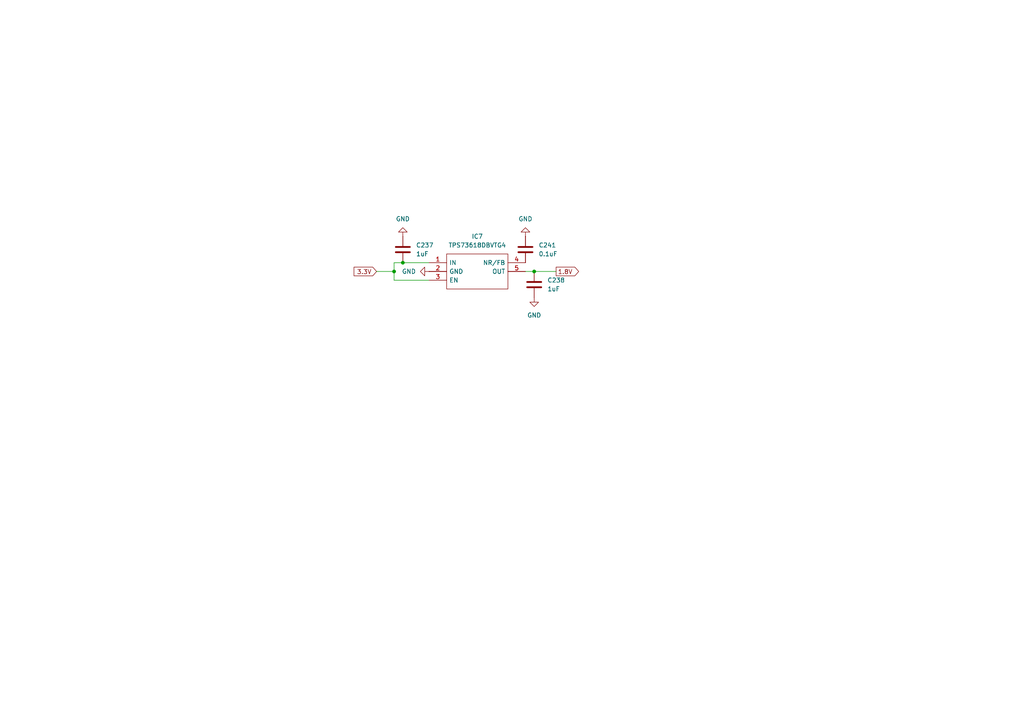
<source format=kicad_sch>
(kicad_sch
	(version 20231120)
	(generator "eeschema")
	(generator_version "8.0")
	(uuid "031ba4da-7723-47ed-b6e0-08502167aed6")
	(paper "A4")
	(title_block
		(company "Michael Meyers")
	)
	(lib_symbols
		(symbol "Device:C"
			(pin_numbers hide)
			(pin_names
				(offset 0.254)
			)
			(exclude_from_sim no)
			(in_bom yes)
			(on_board yes)
			(property "Reference" "C"
				(at 0.635 2.54 0)
				(effects
					(font
						(size 1.27 1.27)
					)
					(justify left)
				)
			)
			(property "Value" "C"
				(at 0.635 -2.54 0)
				(effects
					(font
						(size 1.27 1.27)
					)
					(justify left)
				)
			)
			(property "Footprint" ""
				(at 0.9652 -3.81 0)
				(effects
					(font
						(size 1.27 1.27)
					)
					(hide yes)
				)
			)
			(property "Datasheet" "~"
				(at 0 0 0)
				(effects
					(font
						(size 1.27 1.27)
					)
					(hide yes)
				)
			)
			(property "Description" "Unpolarized capacitor"
				(at 0 0 0)
				(effects
					(font
						(size 1.27 1.27)
					)
					(hide yes)
				)
			)
			(property "ki_keywords" "cap capacitor"
				(at 0 0 0)
				(effects
					(font
						(size 1.27 1.27)
					)
					(hide yes)
				)
			)
			(property "ki_fp_filters" "C_*"
				(at 0 0 0)
				(effects
					(font
						(size 1.27 1.27)
					)
					(hide yes)
				)
			)
			(symbol "C_0_1"
				(polyline
					(pts
						(xy -2.032 -0.762) (xy 2.032 -0.762)
					)
					(stroke
						(width 0.508)
						(type default)
					)
					(fill
						(type none)
					)
				)
				(polyline
					(pts
						(xy -2.032 0.762) (xy 2.032 0.762)
					)
					(stroke
						(width 0.508)
						(type default)
					)
					(fill
						(type none)
					)
				)
			)
			(symbol "C_1_1"
				(pin passive line
					(at 0 3.81 270)
					(length 2.794)
					(name "~"
						(effects
							(font
								(size 1.27 1.27)
							)
						)
					)
					(number "1"
						(effects
							(font
								(size 1.27 1.27)
							)
						)
					)
				)
				(pin passive line
					(at 0 -3.81 90)
					(length 2.794)
					(name "~"
						(effects
							(font
								(size 1.27 1.27)
							)
						)
					)
					(number "2"
						(effects
							(font
								(size 1.27 1.27)
							)
						)
					)
				)
			)
		)
		(symbol "SamacSys_Parts:TPS73618DBVTG4"
			(pin_names
				(offset 0.762)
			)
			(exclude_from_sim no)
			(in_bom yes)
			(on_board yes)
			(property "Reference" "IC"
				(at 24.13 7.62 0)
				(effects
					(font
						(size 1.27 1.27)
					)
					(justify left)
				)
			)
			(property "Value" "TPS73618DBVTG4"
				(at 24.13 5.08 0)
				(effects
					(font
						(size 1.27 1.27)
					)
					(justify left)
				)
			)
			(property "Footprint" "SOT95P280X145-5N"
				(at 24.13 2.54 0)
				(effects
					(font
						(size 1.27 1.27)
					)
					(justify left)
					(hide yes)
				)
			)
			(property "Datasheet" "http://www.ti.com/general/docs/suppproductinfo.tsp?distId=26&gotoUrl=http%3A%2F%2Fwww.ti.com%2Flit%2Fgpn%2Ftps736"
				(at 24.13 0 0)
				(effects
					(font
						(size 1.27 1.27)
					)
					(justify left)
					(hide yes)
				)
			)
			(property "Description" "TEXAS INSTRUMENTS - TPS73618DBVTG4 . - Fixed LDO Voltage Regulator, 1.7V to 5.5V, 75mV Dropout, 1.8Vout, 400mAout, SOT-23-5"
				(at 0 0 0)
				(effects
					(font
						(size 1.27 1.27)
					)
					(hide yes)
				)
			)
			(property "Description_1" "TEXAS INSTRUMENTS - TPS73618DBVTG4 . - Fixed LDO Voltage Regulator, 1.7V to 5.5V, 75mV Dropout, 1.8Vout, 400mAout, SOT-23-5"
				(at 24.13 -2.54 0)
				(effects
					(font
						(size 1.27 1.27)
					)
					(justify left)
					(hide yes)
				)
			)
			(property "Height" "1.45"
				(at 24.13 -5.08 0)
				(effects
					(font
						(size 1.27 1.27)
					)
					(justify left)
					(hide yes)
				)
			)
			(property "Manufacturer_Name" "Texas Instruments"
				(at 24.13 -7.62 0)
				(effects
					(font
						(size 1.27 1.27)
					)
					(justify left)
					(hide yes)
				)
			)
			(property "Manufacturer_Part_Number" "TPS73618DBVTG4"
				(at 24.13 -10.16 0)
				(effects
					(font
						(size 1.27 1.27)
					)
					(justify left)
					(hide yes)
				)
			)
			(property "Mouser Part Number" "595-TPS73618DBVTG4"
				(at 24.13 -12.7 0)
				(effects
					(font
						(size 1.27 1.27)
					)
					(justify left)
					(hide yes)
				)
			)
			(property "Mouser Price/Stock" "https://www.mouser.co.uk/ProductDetail/Texas-Instruments/TPS73618DBVTG4?qs=6zVL%252ByCp0mrUPOh1XeDXmg%3D%3D"
				(at 24.13 -15.24 0)
				(effects
					(font
						(size 1.27 1.27)
					)
					(justify left)
					(hide yes)
				)
			)
			(property "Arrow Part Number" "TPS73618DBVTG4"
				(at 24.13 -17.78 0)
				(effects
					(font
						(size 1.27 1.27)
					)
					(justify left)
					(hide yes)
				)
			)
			(property "Arrow Price/Stock" "https://www.arrow.com/en/products/tps73618dbvtg4/texas-instruments"
				(at 24.13 -20.32 0)
				(effects
					(font
						(size 1.27 1.27)
					)
					(justify left)
					(hide yes)
				)
			)
			(symbol "TPS73618DBVTG4_0_0"
				(pin passive line
					(at 0 0 0)
					(length 5.08)
					(name "IN"
						(effects
							(font
								(size 1.27 1.27)
							)
						)
					)
					(number "1"
						(effects
							(font
								(size 1.27 1.27)
							)
						)
					)
				)
				(pin passive line
					(at 0 -2.54 0)
					(length 5.08)
					(name "GND"
						(effects
							(font
								(size 1.27 1.27)
							)
						)
					)
					(number "2"
						(effects
							(font
								(size 1.27 1.27)
							)
						)
					)
				)
				(pin passive line
					(at 0 -5.08 0)
					(length 5.08)
					(name "EN"
						(effects
							(font
								(size 1.27 1.27)
							)
						)
					)
					(number "3"
						(effects
							(font
								(size 1.27 1.27)
							)
						)
					)
				)
				(pin passive line
					(at 27.94 0 180)
					(length 5.08)
					(name "NR/FB"
						(effects
							(font
								(size 1.27 1.27)
							)
						)
					)
					(number "4"
						(effects
							(font
								(size 1.27 1.27)
							)
						)
					)
				)
				(pin passive line
					(at 27.94 -2.54 180)
					(length 5.08)
					(name "OUT"
						(effects
							(font
								(size 1.27 1.27)
							)
						)
					)
					(number "5"
						(effects
							(font
								(size 1.27 1.27)
							)
						)
					)
				)
			)
			(symbol "TPS73618DBVTG4_0_1"
				(polyline
					(pts
						(xy 5.08 2.54) (xy 22.86 2.54) (xy 22.86 -7.62) (xy 5.08 -7.62) (xy 5.08 2.54)
					)
					(stroke
						(width 0.1524)
						(type solid)
					)
					(fill
						(type none)
					)
				)
			)
		)
		(symbol "power:GND"
			(power)
			(pin_numbers hide)
			(pin_names
				(offset 0) hide)
			(exclude_from_sim no)
			(in_bom yes)
			(on_board yes)
			(property "Reference" "#PWR"
				(at 0 -6.35 0)
				(effects
					(font
						(size 1.27 1.27)
					)
					(hide yes)
				)
			)
			(property "Value" "GND"
				(at 0 -3.81 0)
				(effects
					(font
						(size 1.27 1.27)
					)
				)
			)
			(property "Footprint" ""
				(at 0 0 0)
				(effects
					(font
						(size 1.27 1.27)
					)
					(hide yes)
				)
			)
			(property "Datasheet" ""
				(at 0 0 0)
				(effects
					(font
						(size 1.27 1.27)
					)
					(hide yes)
				)
			)
			(property "Description" "Power symbol creates a global label with name \"GND\" , ground"
				(at 0 0 0)
				(effects
					(font
						(size 1.27 1.27)
					)
					(hide yes)
				)
			)
			(property "ki_keywords" "global power"
				(at 0 0 0)
				(effects
					(font
						(size 1.27 1.27)
					)
					(hide yes)
				)
			)
			(symbol "GND_0_1"
				(polyline
					(pts
						(xy 0 0) (xy 0 -1.27) (xy 1.27 -1.27) (xy 0 -2.54) (xy -1.27 -1.27) (xy 0 -1.27)
					)
					(stroke
						(width 0)
						(type default)
					)
					(fill
						(type none)
					)
				)
			)
			(symbol "GND_1_1"
				(pin power_in line
					(at 0 0 270)
					(length 0)
					(name "~"
						(effects
							(font
								(size 1.27 1.27)
							)
						)
					)
					(number "1"
						(effects
							(font
								(size 1.27 1.27)
							)
						)
					)
				)
			)
		)
	)
	(junction
		(at 114.3 78.74)
		(diameter 0)
		(color 0 0 0 0)
		(uuid "4958a4a1-cb85-4997-ba62-3c09ef72a533")
	)
	(junction
		(at 154.94 78.74)
		(diameter 0)
		(color 0 0 0 0)
		(uuid "5115d4f3-451d-4270-be0d-f956dd977192")
	)
	(junction
		(at 116.84 76.2)
		(diameter 0)
		(color 0 0 0 0)
		(uuid "944c0715-eb0f-4f22-80ec-367357ea1c92")
	)
	(wire
		(pts
			(xy 124.46 81.28) (xy 114.3 81.28)
		)
		(stroke
			(width 0)
			(type default)
		)
		(uuid "17629385-8756-4c9f-9f06-27762e816682")
	)
	(wire
		(pts
			(xy 114.3 78.74) (xy 114.3 76.2)
		)
		(stroke
			(width 0)
			(type default)
		)
		(uuid "3342065c-1664-4c2b-95ff-9e4296846a13")
	)
	(wire
		(pts
			(xy 154.94 78.74) (xy 161.29 78.74)
		)
		(stroke
			(width 0)
			(type default)
		)
		(uuid "48dda0d7-616f-4c66-b1ed-cdcda7483afa")
	)
	(wire
		(pts
			(xy 152.4 78.74) (xy 154.94 78.74)
		)
		(stroke
			(width 0)
			(type default)
		)
		(uuid "75668212-5ab1-4a9c-a72f-2b582f5a1393")
	)
	(wire
		(pts
			(xy 114.3 81.28) (xy 114.3 78.74)
		)
		(stroke
			(width 0)
			(type default)
		)
		(uuid "9e06b9e3-31b9-4f18-859a-8bb13fc83d96")
	)
	(wire
		(pts
			(xy 109.22 78.74) (xy 114.3 78.74)
		)
		(stroke
			(width 0)
			(type default)
		)
		(uuid "acf4d77c-9c50-4cb9-8849-5ab830ca5dfd")
	)
	(wire
		(pts
			(xy 114.3 76.2) (xy 116.84 76.2)
		)
		(stroke
			(width 0)
			(type default)
		)
		(uuid "dc1f1263-8e4d-49a3-92ac-2dfe409923dd")
	)
	(wire
		(pts
			(xy 116.84 76.2) (xy 124.46 76.2)
		)
		(stroke
			(width 0)
			(type default)
		)
		(uuid "fd06ff46-b3db-4fb5-b83a-874687808106")
	)
	(global_label "3.3V"
		(shape input)
		(at 109.22 78.74 180)
		(fields_autoplaced yes)
		(effects
			(font
				(size 1.27 1.27)
			)
			(justify right)
		)
		(uuid "1a5f79f0-8c59-40d1-ac01-ee67043d5867")
		(property "Intersheetrefs" "${INTERSHEET_REFS}"
			(at 102.1224 78.74 0)
			(effects
				(font
					(size 1.27 1.27)
				)
				(justify right)
				(hide yes)
			)
		)
	)
	(global_label "1.8V"
		(shape output)
		(at 161.29 78.74 0)
		(fields_autoplaced yes)
		(effects
			(font
				(size 1.27 1.27)
			)
			(justify left)
		)
		(uuid "c9e0b2ec-2a82-42e9-912d-fdb57d63b02b")
		(property "Intersheetrefs" "${INTERSHEET_REFS}"
			(at 168.3876 78.74 0)
			(effects
				(font
					(size 1.27 1.27)
				)
				(justify left)
				(hide yes)
			)
		)
	)
	(symbol
		(lib_id "power:GND")
		(at 124.46 78.74 270)
		(unit 1)
		(exclude_from_sim no)
		(in_bom yes)
		(on_board yes)
		(dnp no)
		(fields_autoplaced yes)
		(uuid "06970841-c92b-457c-bd9b-fae663c1dd08")
		(property "Reference" "#PWR0234"
			(at 118.11 78.74 0)
			(effects
				(font
					(size 1.27 1.27)
				)
				(hide yes)
			)
		)
		(property "Value" "GND"
			(at 120.65 78.7399 90)
			(effects
				(font
					(size 1.27 1.27)
				)
				(justify right)
			)
		)
		(property "Footprint" ""
			(at 124.46 78.74 0)
			(effects
				(font
					(size 1.27 1.27)
				)
				(hide yes)
			)
		)
		(property "Datasheet" ""
			(at 124.46 78.74 0)
			(effects
				(font
					(size 1.27 1.27)
				)
				(hide yes)
			)
		)
		(property "Description" "Power symbol creates a global label with name \"GND\" , ground"
			(at 124.46 78.74 0)
			(effects
				(font
					(size 1.27 1.27)
				)
				(hide yes)
			)
		)
		(pin "1"
			(uuid "425a0b40-6278-480d-81c1-b4a598474f7b")
		)
		(instances
			(project "Power_Supplies"
				(path "/5266cf9e-da90-4c53-80fd-cf3dbed42632/9c32f96f-6431-432f-ba4b-d32b848998a9"
					(reference "#PWR0234")
					(unit 1)
				)
			)
		)
	)
	(symbol
		(lib_id "power:GND")
		(at 152.4 68.58 180)
		(unit 1)
		(exclude_from_sim no)
		(in_bom yes)
		(on_board yes)
		(dnp no)
		(fields_autoplaced yes)
		(uuid "1a12f3cc-4d21-4eda-be83-719365f5c94c")
		(property "Reference" "#PWR0239"
			(at 152.4 62.23 0)
			(effects
				(font
					(size 1.27 1.27)
				)
				(hide yes)
			)
		)
		(property "Value" "GND"
			(at 152.4 63.5 0)
			(effects
				(font
					(size 1.27 1.27)
				)
			)
		)
		(property "Footprint" ""
			(at 152.4 68.58 0)
			(effects
				(font
					(size 1.27 1.27)
				)
				(hide yes)
			)
		)
		(property "Datasheet" ""
			(at 152.4 68.58 0)
			(effects
				(font
					(size 1.27 1.27)
				)
				(hide yes)
			)
		)
		(property "Description" "Power symbol creates a global label with name \"GND\" , ground"
			(at 152.4 68.58 0)
			(effects
				(font
					(size 1.27 1.27)
				)
				(hide yes)
			)
		)
		(pin "1"
			(uuid "f507b377-2964-4f8e-8c24-84370456c7bc")
		)
		(instances
			(project "Power_Supplies"
				(path "/5266cf9e-da90-4c53-80fd-cf3dbed42632/9c32f96f-6431-432f-ba4b-d32b848998a9"
					(reference "#PWR0239")
					(unit 1)
				)
			)
		)
	)
	(symbol
		(lib_id "Device:C")
		(at 154.94 82.55 0)
		(unit 1)
		(exclude_from_sim no)
		(in_bom yes)
		(on_board yes)
		(dnp no)
		(fields_autoplaced yes)
		(uuid "2ff4c76d-70db-4c4f-8b09-5a3a27fb428b")
		(property "Reference" "C238"
			(at 158.75 81.2799 0)
			(effects
				(font
					(size 1.27 1.27)
				)
				(justify left)
			)
		)
		(property "Value" "1uF"
			(at 158.75 83.8199 0)
			(effects
				(font
					(size 1.27 1.27)
				)
				(justify left)
			)
		)
		(property "Footprint" "Capacitor_SMD:C_0402_1005Metric"
			(at 155.9052 86.36 0)
			(effects
				(font
					(size 1.27 1.27)
				)
				(hide yes)
			)
		)
		(property "Datasheet" "~"
			(at 154.94 82.55 0)
			(effects
				(font
					(size 1.27 1.27)
				)
				(hide yes)
			)
		)
		(property "Description" "Unpolarized capacitor"
			(at 154.94 82.55 0)
			(effects
				(font
					(size 1.27 1.27)
				)
				(hide yes)
			)
		)
		(pin "1"
			(uuid "3bb21f14-1a95-4595-a139-9359d385faa7")
		)
		(pin "2"
			(uuid "f76fcf4d-5f08-4202-b210-e4168f65964a")
		)
		(instances
			(project "Power_Supplies"
				(path "/5266cf9e-da90-4c53-80fd-cf3dbed42632/9c32f96f-6431-432f-ba4b-d32b848998a9"
					(reference "C238")
					(unit 1)
				)
			)
		)
	)
	(symbol
		(lib_id "power:GND")
		(at 154.94 86.36 0)
		(unit 1)
		(exclude_from_sim no)
		(in_bom yes)
		(on_board yes)
		(dnp no)
		(fields_autoplaced yes)
		(uuid "508545a8-74fc-4334-8a2c-f8360d4b1c3e")
		(property "Reference" "#PWR0235"
			(at 154.94 92.71 0)
			(effects
				(font
					(size 1.27 1.27)
				)
				(hide yes)
			)
		)
		(property "Value" "GND"
			(at 154.94 91.44 0)
			(effects
				(font
					(size 1.27 1.27)
				)
			)
		)
		(property "Footprint" ""
			(at 154.94 86.36 0)
			(effects
				(font
					(size 1.27 1.27)
				)
				(hide yes)
			)
		)
		(property "Datasheet" ""
			(at 154.94 86.36 0)
			(effects
				(font
					(size 1.27 1.27)
				)
				(hide yes)
			)
		)
		(property "Description" "Power symbol creates a global label with name \"GND\" , ground"
			(at 154.94 86.36 0)
			(effects
				(font
					(size 1.27 1.27)
				)
				(hide yes)
			)
		)
		(pin "1"
			(uuid "8b27ebfc-ee1d-4f49-81b3-07fcb8b46492")
		)
		(instances
			(project "Power_Supplies"
				(path "/5266cf9e-da90-4c53-80fd-cf3dbed42632/9c32f96f-6431-432f-ba4b-d32b848998a9"
					(reference "#PWR0235")
					(unit 1)
				)
			)
		)
	)
	(symbol
		(lib_id "SamacSys_Parts:TPS73618DBVTG4")
		(at 124.46 76.2 0)
		(unit 1)
		(exclude_from_sim no)
		(in_bom yes)
		(on_board yes)
		(dnp no)
		(fields_autoplaced yes)
		(uuid "6acff770-577f-4066-832e-3539ce2ca836")
		(property "Reference" "IC7"
			(at 138.43 68.58 0)
			(effects
				(font
					(size 1.27 1.27)
				)
			)
		)
		(property "Value" "TPS73618DBVTG4"
			(at 138.43 71.12 0)
			(effects
				(font
					(size 1.27 1.27)
				)
			)
		)
		(property "Footprint" "SOT95P280X145-5N"
			(at 148.59 73.66 0)
			(effects
				(font
					(size 1.27 1.27)
				)
				(justify left)
				(hide yes)
			)
		)
		(property "Datasheet" "http://www.ti.com/general/docs/suppproductinfo.tsp?distId=26&gotoUrl=http%3A%2F%2Fwww.ti.com%2Flit%2Fgpn%2Ftps736"
			(at 148.59 76.2 0)
			(effects
				(font
					(size 1.27 1.27)
				)
				(justify left)
				(hide yes)
			)
		)
		(property "Description" "TEXAS INSTRUMENTS - TPS73618DBVTG4 . - Fixed LDO Voltage Regulator, 1.7V to 5.5V, 75mV Dropout, 1.8Vout, 400mAout, SOT-23-5"
			(at 124.46 76.2 0)
			(effects
				(font
					(size 1.27 1.27)
				)
				(hide yes)
			)
		)
		(property "Description_1" "TEXAS INSTRUMENTS - TPS73618DBVTG4 . - Fixed LDO Voltage Regulator, 1.7V to 5.5V, 75mV Dropout, 1.8Vout, 400mAout, SOT-23-5"
			(at 148.59 78.74 0)
			(effects
				(font
					(size 1.27 1.27)
				)
				(justify left)
				(hide yes)
			)
		)
		(property "Height" "1.45"
			(at 148.59 81.28 0)
			(effects
				(font
					(size 1.27 1.27)
				)
				(justify left)
				(hide yes)
			)
		)
		(property "Manufacturer_Name" "Texas Instruments"
			(at 148.59 83.82 0)
			(effects
				(font
					(size 1.27 1.27)
				)
				(justify left)
				(hide yes)
			)
		)
		(property "Manufacturer_Part_Number" "TPS73618DBVTG4"
			(at 148.59 86.36 0)
			(effects
				(font
					(size 1.27 1.27)
				)
				(justify left)
				(hide yes)
			)
		)
		(property "Mouser Part Number" "595-TPS73618DBVTG4"
			(at 148.59 88.9 0)
			(effects
				(font
					(size 1.27 1.27)
				)
				(justify left)
				(hide yes)
			)
		)
		(property "Mouser Price/Stock" "https://www.mouser.co.uk/ProductDetail/Texas-Instruments/TPS73618DBVTG4?qs=6zVL%252ByCp0mrUPOh1XeDXmg%3D%3D"
			(at 148.59 91.44 0)
			(effects
				(font
					(size 1.27 1.27)
				)
				(justify left)
				(hide yes)
			)
		)
		(property "Arrow Part Number" "TPS73618DBVTG4"
			(at 148.59 93.98 0)
			(effects
				(font
					(size 1.27 1.27)
				)
				(justify left)
				(hide yes)
			)
		)
		(property "Arrow Price/Stock" "https://www.arrow.com/en/products/tps73618dbvtg4/texas-instruments"
			(at 148.59 96.52 0)
			(effects
				(font
					(size 1.27 1.27)
				)
				(justify left)
				(hide yes)
			)
		)
		(pin "2"
			(uuid "e47e7098-7726-465d-b1f7-9848b6bff7c7")
		)
		(pin "5"
			(uuid "8c898049-17e4-42a5-a052-20a6f1e689e5")
		)
		(pin "3"
			(uuid "7c36c1b3-f47b-470b-ba4a-3f61427f74bd")
		)
		(pin "1"
			(uuid "364397ef-635d-4a61-8eca-05eb84c49077")
		)
		(pin "4"
			(uuid "cebe3a4e-1fa8-4a11-a2d4-c638ce187cb1")
		)
		(instances
			(project "Power_Supplies"
				(path "/5266cf9e-da90-4c53-80fd-cf3dbed42632/9c32f96f-6431-432f-ba4b-d32b848998a9"
					(reference "IC7")
					(unit 1)
				)
			)
		)
	)
	(symbol
		(lib_id "Device:C")
		(at 152.4 72.39 180)
		(unit 1)
		(exclude_from_sim no)
		(in_bom yes)
		(on_board yes)
		(dnp no)
		(fields_autoplaced yes)
		(uuid "92ee97cd-6e2e-49a1-ac0d-1abc0ecdc673")
		(property "Reference" "C241"
			(at 156.21 71.1199 0)
			(effects
				(font
					(size 1.27 1.27)
				)
				(justify right)
			)
		)
		(property "Value" "0.1uF"
			(at 156.21 73.6599 0)
			(effects
				(font
					(size 1.27 1.27)
				)
				(justify right)
			)
		)
		(property "Footprint" "Capacitor_SMD:C_0402_1005Metric"
			(at 151.4348 68.58 0)
			(effects
				(font
					(size 1.27 1.27)
				)
				(hide yes)
			)
		)
		(property "Datasheet" "~"
			(at 152.4 72.39 0)
			(effects
				(font
					(size 1.27 1.27)
				)
				(hide yes)
			)
		)
		(property "Description" "Unpolarized capacitor"
			(at 152.4 72.39 0)
			(effects
				(font
					(size 1.27 1.27)
				)
				(hide yes)
			)
		)
		(pin "1"
			(uuid "19225b97-d088-422f-9efe-9028e5c6b250")
		)
		(pin "2"
			(uuid "3b15316b-9c72-4be0-91c2-9dfcf0acc3e9")
		)
		(instances
			(project "Power_Supplies"
				(path "/5266cf9e-da90-4c53-80fd-cf3dbed42632/9c32f96f-6431-432f-ba4b-d32b848998a9"
					(reference "C241")
					(unit 1)
				)
			)
		)
	)
	(symbol
		(lib_id "Device:C")
		(at 116.84 72.39 0)
		(unit 1)
		(exclude_from_sim no)
		(in_bom yes)
		(on_board yes)
		(dnp no)
		(fields_autoplaced yes)
		(uuid "945587a3-0b9e-471e-ab69-f3ea260c7c76")
		(property "Reference" "C237"
			(at 120.65 71.1199 0)
			(effects
				(font
					(size 1.27 1.27)
				)
				(justify left)
			)
		)
		(property "Value" "1uF"
			(at 120.65 73.6599 0)
			(effects
				(font
					(size 1.27 1.27)
				)
				(justify left)
			)
		)
		(property "Footprint" "Capacitor_SMD:C_0402_1005Metric"
			(at 117.8052 76.2 0)
			(effects
				(font
					(size 1.27 1.27)
				)
				(hide yes)
			)
		)
		(property "Datasheet" "~"
			(at 116.84 72.39 0)
			(effects
				(font
					(size 1.27 1.27)
				)
				(hide yes)
			)
		)
		(property "Description" "Unpolarized capacitor"
			(at 116.84 72.39 0)
			(effects
				(font
					(size 1.27 1.27)
				)
				(hide yes)
			)
		)
		(pin "1"
			(uuid "2d983618-4dcd-44a5-b27c-eaac7b0f00d4")
		)
		(pin "2"
			(uuid "430da741-aca8-4046-bb59-8d31694bac4d")
		)
		(instances
			(project "Power_Supplies"
				(path "/5266cf9e-da90-4c53-80fd-cf3dbed42632/9c32f96f-6431-432f-ba4b-d32b848998a9"
					(reference "C237")
					(unit 1)
				)
			)
		)
	)
	(symbol
		(lib_id "power:GND")
		(at 116.84 68.58 180)
		(unit 1)
		(exclude_from_sim no)
		(in_bom yes)
		(on_board yes)
		(dnp no)
		(fields_autoplaced yes)
		(uuid "d6467418-b9c3-4924-b560-80e6c952ec36")
		(property "Reference" "#PWR0233"
			(at 116.84 62.23 0)
			(effects
				(font
					(size 1.27 1.27)
				)
				(hide yes)
			)
		)
		(property "Value" "GND"
			(at 116.84 63.5 0)
			(effects
				(font
					(size 1.27 1.27)
				)
			)
		)
		(property "Footprint" ""
			(at 116.84 68.58 0)
			(effects
				(font
					(size 1.27 1.27)
				)
				(hide yes)
			)
		)
		(property "Datasheet" ""
			(at 116.84 68.58 0)
			(effects
				(font
					(size 1.27 1.27)
				)
				(hide yes)
			)
		)
		(property "Description" "Power symbol creates a global label with name \"GND\" , ground"
			(at 116.84 68.58 0)
			(effects
				(font
					(size 1.27 1.27)
				)
				(hide yes)
			)
		)
		(pin "1"
			(uuid "6a39f482-dd3e-44bc-9f61-df7158f3afc9")
		)
		(instances
			(project "Power_Supplies"
				(path "/5266cf9e-da90-4c53-80fd-cf3dbed42632/9c32f96f-6431-432f-ba4b-d32b848998a9"
					(reference "#PWR0233")
					(unit 1)
				)
			)
		)
	)
)

</source>
